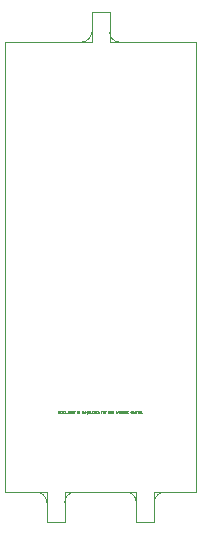
<source format=gbr>
G04 #@! TF.GenerationSoftware,KiCad,Pcbnew,5.1.4-e60b266~84~ubuntu19.04.1*
G04 #@! TF.CreationDate,2019-11-07T13:35:07-05:00*
G04 #@! TF.ProjectId,pcb2molex8878_chamfer,70636232-6d6f-46c6-9578-383837385f63,rev?*
G04 #@! TF.SameCoordinates,Original*
G04 #@! TF.FileFunction,Other,ECO1*
%FSLAX46Y46*%
G04 Gerber Fmt 4.6, Leading zero omitted, Abs format (unit mm)*
G04 Created by KiCad (PCBNEW 5.1.4-e60b266~84~ubuntu19.04.1) date 2019-11-07 13:35:07*
%MOMM*%
%LPD*%
G04 APERTURE LIST*
%ADD10C,0.010000*%
%ADD11C,0.005080*%
G04 APERTURE END LIST*
D10*
X146456400Y-80137000D02*
X146456400Y-77597000D01*
X146456400Y-77597000D02*
X147980400Y-77597000D01*
X147980400Y-77597000D02*
X147980400Y-80137000D01*
X142659100Y-118237000D02*
X142659100Y-120777000D01*
X142659100Y-120777000D02*
X144183100Y-120777000D01*
X144183100Y-120777000D02*
X144183100Y-118237000D01*
X151777700Y-118237000D02*
X151777700Y-120777000D01*
X151777700Y-120777000D02*
X150253700Y-120777000D01*
X150253700Y-120777000D02*
X150253700Y-118237000D01*
X150253700Y-118237000D02*
X144183100Y-118237000D01*
D11*
X141795500Y-118237000D02*
G75*
G02X142659100Y-119100600I0J-863600D01*
G01*
X144183100Y-119100600D02*
G75*
G02X145046700Y-118237000I863600J0D01*
G01*
X151777700Y-119100600D02*
G75*
G02X152641300Y-118237000I863600J0D01*
G01*
X149390100Y-118237000D02*
G75*
G02X150253700Y-119100600I0J-863600D01*
G01*
X146456400Y-79273400D02*
G75*
G02X145592800Y-80137000I-863600J0D01*
G01*
X148844000Y-80137000D02*
G75*
G02X147980400Y-79273400I0J863600D01*
G01*
D10*
X139118400Y-118237000D02*
X139118400Y-80137000D01*
X155318400Y-118237000D02*
X155318400Y-80137000D01*
X139118400Y-80137000D02*
X146456400Y-80137000D01*
X147980400Y-80137000D02*
X155318400Y-80137000D01*
X139118400Y-118237000D02*
X142659100Y-118237000D01*
X151777700Y-118237000D02*
X155318400Y-118237000D01*
X143626695Y-111422714D02*
X143693361Y-111422714D01*
X143721933Y-111527476D02*
X143626695Y-111527476D01*
X143626695Y-111327476D01*
X143721933Y-111327476D01*
X143893361Y-111517952D02*
X143874314Y-111527476D01*
X143836219Y-111527476D01*
X143817171Y-111517952D01*
X143807647Y-111508428D01*
X143798123Y-111489380D01*
X143798123Y-111432238D01*
X143807647Y-111413190D01*
X143817171Y-111403666D01*
X143836219Y-111394142D01*
X143874314Y-111394142D01*
X143893361Y-111403666D01*
X144007647Y-111527476D02*
X143988600Y-111517952D01*
X143979076Y-111508428D01*
X143969552Y-111489380D01*
X143969552Y-111432238D01*
X143979076Y-111413190D01*
X143988600Y-111403666D01*
X144007647Y-111394142D01*
X144036219Y-111394142D01*
X144055266Y-111403666D01*
X144064790Y-111413190D01*
X144074314Y-111432238D01*
X144074314Y-111489380D01*
X144064790Y-111508428D01*
X144055266Y-111517952D01*
X144036219Y-111527476D01*
X144007647Y-111527476D01*
X144264790Y-111527476D02*
X144150504Y-111527476D01*
X144207647Y-111527476D02*
X144207647Y-111327476D01*
X144188600Y-111356047D01*
X144169552Y-111375095D01*
X144150504Y-111384619D01*
X144350504Y-111508428D02*
X144360028Y-111517952D01*
X144350504Y-111527476D01*
X144340980Y-111517952D01*
X144350504Y-111508428D01*
X144350504Y-111527476D01*
X144445742Y-111327476D02*
X144445742Y-111489380D01*
X144455266Y-111508428D01*
X144464790Y-111517952D01*
X144483838Y-111527476D01*
X144521933Y-111527476D01*
X144540980Y-111517952D01*
X144550504Y-111508428D01*
X144560028Y-111489380D01*
X144560028Y-111327476D01*
X144645742Y-111517952D02*
X144664790Y-111527476D01*
X144702885Y-111527476D01*
X144721933Y-111517952D01*
X144731457Y-111498904D01*
X144731457Y-111489380D01*
X144721933Y-111470333D01*
X144702885Y-111460809D01*
X144674314Y-111460809D01*
X144655266Y-111451285D01*
X144645742Y-111432238D01*
X144645742Y-111422714D01*
X144655266Y-111403666D01*
X144674314Y-111394142D01*
X144702885Y-111394142D01*
X144721933Y-111403666D01*
X144893361Y-111517952D02*
X144874314Y-111527476D01*
X144836219Y-111527476D01*
X144817171Y-111517952D01*
X144807647Y-111498904D01*
X144807647Y-111422714D01*
X144817171Y-111403666D01*
X144836219Y-111394142D01*
X144874314Y-111394142D01*
X144893361Y-111403666D01*
X144902885Y-111422714D01*
X144902885Y-111441761D01*
X144807647Y-111460809D01*
X144988600Y-111527476D02*
X144988600Y-111394142D01*
X144988600Y-111432238D02*
X144998123Y-111413190D01*
X145007647Y-111403666D01*
X145026695Y-111394142D01*
X145045742Y-111394142D01*
X145264790Y-111527476D02*
X145264790Y-111394142D01*
X145264790Y-111327476D02*
X145255266Y-111337000D01*
X145264790Y-111346523D01*
X145274314Y-111337000D01*
X145264790Y-111327476D01*
X145264790Y-111346523D01*
X145350504Y-111517952D02*
X145369552Y-111527476D01*
X145407647Y-111527476D01*
X145426695Y-111517952D01*
X145436219Y-111498904D01*
X145436219Y-111489380D01*
X145426695Y-111470333D01*
X145407647Y-111460809D01*
X145379076Y-111460809D01*
X145360028Y-111451285D01*
X145350504Y-111432238D01*
X145350504Y-111422714D01*
X145360028Y-111403666D01*
X145379076Y-111394142D01*
X145407647Y-111394142D01*
X145426695Y-111403666D01*
X145674314Y-111422714D02*
X145740980Y-111422714D01*
X145769552Y-111527476D02*
X145674314Y-111527476D01*
X145674314Y-111327476D01*
X145769552Y-111327476D01*
X145940980Y-111527476D02*
X145940980Y-111327476D01*
X145940980Y-111517952D02*
X145921933Y-111527476D01*
X145883838Y-111527476D01*
X145864790Y-111517952D01*
X145855266Y-111508428D01*
X145845742Y-111489380D01*
X145845742Y-111432238D01*
X145855266Y-111413190D01*
X145864790Y-111403666D01*
X145883838Y-111394142D01*
X145921933Y-111394142D01*
X145940980Y-111403666D01*
X146121933Y-111394142D02*
X146121933Y-111556047D01*
X146112409Y-111575095D01*
X146102885Y-111584619D01*
X146083838Y-111594142D01*
X146055266Y-111594142D01*
X146036219Y-111584619D01*
X146121933Y-111517952D02*
X146102885Y-111527476D01*
X146064790Y-111527476D01*
X146045742Y-111517952D01*
X146036219Y-111508428D01*
X146026695Y-111489380D01*
X146026695Y-111432238D01*
X146036219Y-111413190D01*
X146045742Y-111403666D01*
X146064790Y-111394142D01*
X146102885Y-111394142D01*
X146121933Y-111403666D01*
X146293361Y-111517952D02*
X146274314Y-111527476D01*
X146236219Y-111527476D01*
X146217171Y-111517952D01*
X146207647Y-111498904D01*
X146207647Y-111422714D01*
X146217171Y-111403666D01*
X146236219Y-111394142D01*
X146274314Y-111394142D01*
X146293361Y-111403666D01*
X146302885Y-111422714D01*
X146302885Y-111441761D01*
X146207647Y-111460809D01*
X146388600Y-111508428D02*
X146398123Y-111517952D01*
X146388600Y-111527476D01*
X146379076Y-111517952D01*
X146388600Y-111508428D01*
X146388600Y-111527476D01*
X146598123Y-111508428D02*
X146588600Y-111517952D01*
X146560028Y-111527476D01*
X146540980Y-111527476D01*
X146512409Y-111517952D01*
X146493361Y-111498904D01*
X146483838Y-111479857D01*
X146474314Y-111441761D01*
X146474314Y-111413190D01*
X146483838Y-111375095D01*
X146493361Y-111356047D01*
X146512409Y-111337000D01*
X146540980Y-111327476D01*
X146560028Y-111327476D01*
X146588600Y-111337000D01*
X146598123Y-111346523D01*
X146769552Y-111394142D02*
X146769552Y-111527476D01*
X146683838Y-111394142D02*
X146683838Y-111498904D01*
X146693361Y-111517952D01*
X146712409Y-111527476D01*
X146740980Y-111527476D01*
X146760028Y-111517952D01*
X146769552Y-111508428D01*
X146836219Y-111394142D02*
X146912409Y-111394142D01*
X146864790Y-111327476D02*
X146864790Y-111498904D01*
X146874314Y-111517952D01*
X146893361Y-111527476D01*
X146912409Y-111527476D01*
X146969552Y-111517952D02*
X146988600Y-111527476D01*
X147026695Y-111527476D01*
X147045742Y-111517952D01*
X147055266Y-111498904D01*
X147055266Y-111489380D01*
X147045742Y-111470333D01*
X147026695Y-111460809D01*
X146998123Y-111460809D01*
X146979076Y-111451285D01*
X146969552Y-111432238D01*
X146969552Y-111422714D01*
X146979076Y-111403666D01*
X146998123Y-111394142D01*
X147026695Y-111394142D01*
X147045742Y-111403666D01*
X147264790Y-111394142D02*
X147340980Y-111394142D01*
X147293361Y-111527476D02*
X147293361Y-111356047D01*
X147302885Y-111337000D01*
X147321933Y-111327476D01*
X147340980Y-111327476D01*
X147436219Y-111527476D02*
X147417171Y-111517952D01*
X147407647Y-111508428D01*
X147398123Y-111489380D01*
X147398123Y-111432238D01*
X147407647Y-111413190D01*
X147417171Y-111403666D01*
X147436219Y-111394142D01*
X147464790Y-111394142D01*
X147483838Y-111403666D01*
X147493361Y-111413190D01*
X147502885Y-111432238D01*
X147502885Y-111489380D01*
X147493361Y-111508428D01*
X147483838Y-111517952D01*
X147464790Y-111527476D01*
X147436219Y-111527476D01*
X147588600Y-111527476D02*
X147588600Y-111394142D01*
X147588600Y-111432238D02*
X147598123Y-111413190D01*
X147607647Y-111403666D01*
X147626695Y-111394142D01*
X147645742Y-111394142D01*
X147950504Y-111394142D02*
X147950504Y-111527476D01*
X147864790Y-111394142D02*
X147864790Y-111498904D01*
X147874314Y-111517952D01*
X147893361Y-111527476D01*
X147921933Y-111527476D01*
X147940980Y-111517952D01*
X147950504Y-111508428D01*
X148036219Y-111517952D02*
X148055266Y-111527476D01*
X148093361Y-111527476D01*
X148112409Y-111517952D01*
X148121933Y-111498904D01*
X148121933Y-111489380D01*
X148112409Y-111470333D01*
X148093361Y-111460809D01*
X148064790Y-111460809D01*
X148045742Y-111451285D01*
X148036219Y-111432238D01*
X148036219Y-111422714D01*
X148045742Y-111403666D01*
X148064790Y-111394142D01*
X148093361Y-111394142D01*
X148112409Y-111403666D01*
X148283838Y-111517952D02*
X148264790Y-111527476D01*
X148226695Y-111527476D01*
X148207647Y-111517952D01*
X148198123Y-111498904D01*
X148198123Y-111422714D01*
X148207647Y-111403666D01*
X148226695Y-111394142D01*
X148264790Y-111394142D01*
X148283838Y-111403666D01*
X148293361Y-111422714D01*
X148293361Y-111441761D01*
X148198123Y-111460809D01*
X148512409Y-111394142D02*
X148550504Y-111527476D01*
X148588600Y-111432238D01*
X148626695Y-111527476D01*
X148664790Y-111394142D01*
X148740980Y-111527476D02*
X148740980Y-111394142D01*
X148740980Y-111327476D02*
X148731457Y-111337000D01*
X148740980Y-111346523D01*
X148750504Y-111337000D01*
X148740980Y-111327476D01*
X148740980Y-111346523D01*
X148807647Y-111394142D02*
X148883838Y-111394142D01*
X148836219Y-111327476D02*
X148836219Y-111498904D01*
X148845742Y-111517952D01*
X148864790Y-111527476D01*
X148883838Y-111527476D01*
X148950504Y-111527476D02*
X148950504Y-111327476D01*
X149036219Y-111527476D02*
X149036219Y-111422714D01*
X149026695Y-111403666D01*
X149007647Y-111394142D01*
X148979076Y-111394142D01*
X148960028Y-111403666D01*
X148950504Y-111413190D01*
X149160028Y-111527476D02*
X149140980Y-111517952D01*
X149131457Y-111508428D01*
X149121933Y-111489380D01*
X149121933Y-111432238D01*
X149131457Y-111413190D01*
X149140980Y-111403666D01*
X149160028Y-111394142D01*
X149188600Y-111394142D01*
X149207647Y-111403666D01*
X149217171Y-111413190D01*
X149226695Y-111432238D01*
X149226695Y-111489380D01*
X149217171Y-111508428D01*
X149207647Y-111517952D01*
X149188600Y-111527476D01*
X149160028Y-111527476D01*
X149398123Y-111394142D02*
X149398123Y-111527476D01*
X149312409Y-111394142D02*
X149312409Y-111498904D01*
X149321933Y-111517952D01*
X149340980Y-111527476D01*
X149369552Y-111527476D01*
X149388600Y-111517952D01*
X149398123Y-111508428D01*
X149464790Y-111394142D02*
X149540980Y-111394142D01*
X149493361Y-111327476D02*
X149493361Y-111498904D01*
X149502885Y-111517952D01*
X149521933Y-111527476D01*
X149540980Y-111527476D01*
X149845742Y-111517952D02*
X149826695Y-111527476D01*
X149788600Y-111527476D01*
X149769552Y-111517952D01*
X149760028Y-111508428D01*
X149750504Y-111489380D01*
X149750504Y-111432238D01*
X149760028Y-111413190D01*
X149769552Y-111403666D01*
X149788600Y-111394142D01*
X149826695Y-111394142D01*
X149845742Y-111403666D01*
X150017171Y-111527476D02*
X150017171Y-111422714D01*
X150007647Y-111403666D01*
X149988600Y-111394142D01*
X149950504Y-111394142D01*
X149931457Y-111403666D01*
X150017171Y-111517952D02*
X149998123Y-111527476D01*
X149950504Y-111527476D01*
X149931457Y-111517952D01*
X149921933Y-111498904D01*
X149921933Y-111479857D01*
X149931457Y-111460809D01*
X149950504Y-111451285D01*
X149998123Y-111451285D01*
X150017171Y-111441761D01*
X150112409Y-111527476D02*
X150112409Y-111394142D01*
X150112409Y-111432238D02*
X150121933Y-111413190D01*
X150131457Y-111403666D01*
X150150504Y-111394142D01*
X150169552Y-111394142D01*
X150236219Y-111527476D02*
X150236219Y-111394142D01*
X150236219Y-111432238D02*
X150245742Y-111413190D01*
X150255266Y-111403666D01*
X150274314Y-111394142D01*
X150293361Y-111394142D01*
X150360028Y-111527476D02*
X150360028Y-111394142D01*
X150360028Y-111327476D02*
X150350504Y-111337000D01*
X150360028Y-111346523D01*
X150369552Y-111337000D01*
X150360028Y-111327476D01*
X150360028Y-111346523D01*
X150531457Y-111517952D02*
X150512409Y-111527476D01*
X150474314Y-111527476D01*
X150455266Y-111517952D01*
X150445742Y-111498904D01*
X150445742Y-111422714D01*
X150455266Y-111403666D01*
X150474314Y-111394142D01*
X150512409Y-111394142D01*
X150531457Y-111403666D01*
X150540980Y-111422714D01*
X150540980Y-111441761D01*
X150445742Y-111460809D01*
X150626695Y-111527476D02*
X150626695Y-111394142D01*
X150626695Y-111432238D02*
X150636219Y-111413190D01*
X150645742Y-111403666D01*
X150664790Y-111394142D01*
X150683838Y-111394142D01*
X150750504Y-111508428D02*
X150760028Y-111517952D01*
X150750504Y-111527476D01*
X150740980Y-111517952D01*
X150750504Y-111508428D01*
X150750504Y-111527476D01*
M02*

</source>
